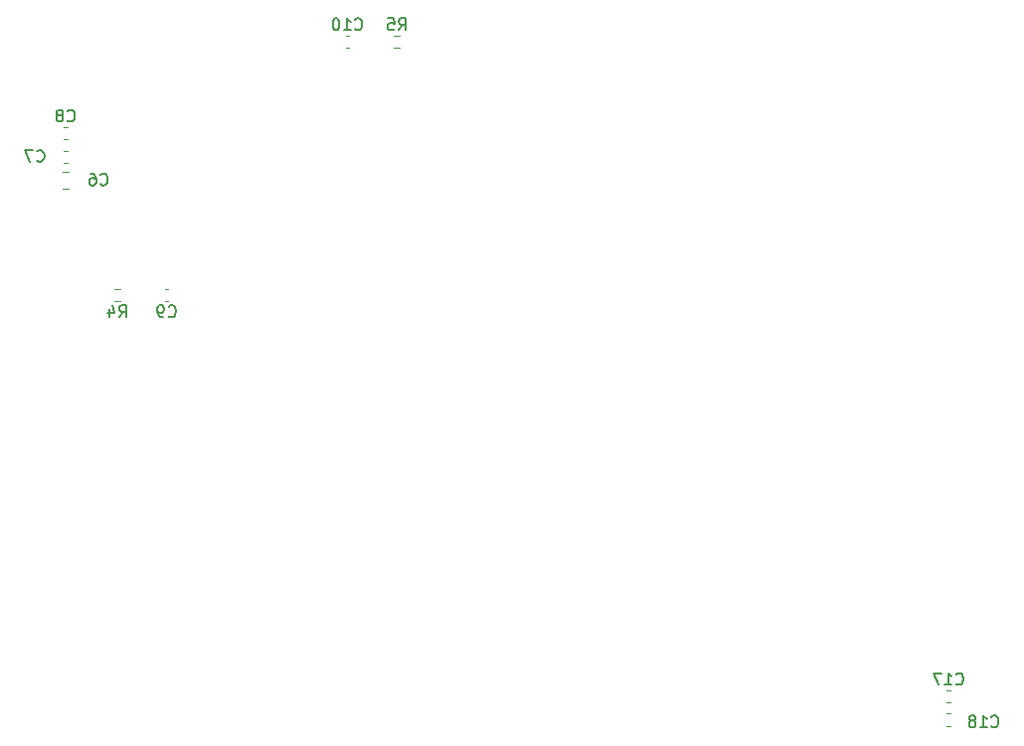
<source format=gbr>
G04 #@! TF.GenerationSoftware,KiCad,Pcbnew,(5.1.12)-1*
G04 #@! TF.CreationDate,2022-03-24T09:17:42-05:00*
G04 #@! TF.ProjectId,AVR-CTF,4156522d-4354-4462-9e6b-696361645f70,rev?*
G04 #@! TF.SameCoordinates,Original*
G04 #@! TF.FileFunction,Legend,Bot*
G04 #@! TF.FilePolarity,Positive*
%FSLAX46Y46*%
G04 Gerber Fmt 4.6, Leading zero omitted, Abs format (unit mm)*
G04 Created by KiCad (PCBNEW (5.1.12)-1) date 2022-03-24 09:17:42*
%MOMM*%
%LPD*%
G01*
G04 APERTURE LIST*
%ADD10C,0.120000*%
%ADD11C,0.150000*%
G04 APERTURE END LIST*
D10*
X121259252Y-59100000D02*
X120736748Y-59100000D01*
X121259252Y-57630000D02*
X120736748Y-57630000D01*
X121144267Y-55855000D02*
X120851733Y-55855000D01*
X121144267Y-56875000D02*
X120851733Y-56875000D01*
X121144267Y-54875000D02*
X120851733Y-54875000D01*
X121144267Y-53855000D02*
X120851733Y-53855000D01*
X129451733Y-68675000D02*
X129744267Y-68675000D01*
X129451733Y-67655000D02*
X129744267Y-67655000D01*
X145144267Y-47075000D02*
X144851733Y-47075000D01*
X145144267Y-46055000D02*
X144851733Y-46055000D01*
X196344267Y-101855000D02*
X196051733Y-101855000D01*
X196344267Y-102875000D02*
X196051733Y-102875000D01*
X196344267Y-104875000D02*
X196051733Y-104875000D01*
X196344267Y-103855000D02*
X196051733Y-103855000D01*
X125143276Y-67642500D02*
X125652724Y-67642500D01*
X125143276Y-68687500D02*
X125652724Y-68687500D01*
X149452724Y-46042500D02*
X148943276Y-46042500D01*
X149452724Y-47087500D02*
X148943276Y-47087500D01*
D11*
X123964666Y-58722142D02*
X124012285Y-58769761D01*
X124155142Y-58817380D01*
X124250380Y-58817380D01*
X124393238Y-58769761D01*
X124488476Y-58674523D01*
X124536095Y-58579285D01*
X124583714Y-58388809D01*
X124583714Y-58245952D01*
X124536095Y-58055476D01*
X124488476Y-57960238D01*
X124393238Y-57865000D01*
X124250380Y-57817380D01*
X124155142Y-57817380D01*
X124012285Y-57865000D01*
X123964666Y-57912619D01*
X123107523Y-57817380D02*
X123298000Y-57817380D01*
X123393238Y-57865000D01*
X123440857Y-57912619D01*
X123536095Y-58055476D01*
X123583714Y-58245952D01*
X123583714Y-58626904D01*
X123536095Y-58722142D01*
X123488476Y-58769761D01*
X123393238Y-58817380D01*
X123202761Y-58817380D01*
X123107523Y-58769761D01*
X123059904Y-58722142D01*
X123012285Y-58626904D01*
X123012285Y-58388809D01*
X123059904Y-58293571D01*
X123107523Y-58245952D01*
X123202761Y-58198333D01*
X123393238Y-58198333D01*
X123488476Y-58245952D01*
X123536095Y-58293571D01*
X123583714Y-58388809D01*
X118564666Y-56722142D02*
X118612285Y-56769761D01*
X118755142Y-56817380D01*
X118850380Y-56817380D01*
X118993238Y-56769761D01*
X119088476Y-56674523D01*
X119136095Y-56579285D01*
X119183714Y-56388809D01*
X119183714Y-56245952D01*
X119136095Y-56055476D01*
X119088476Y-55960238D01*
X118993238Y-55865000D01*
X118850380Y-55817380D01*
X118755142Y-55817380D01*
X118612285Y-55865000D01*
X118564666Y-55912619D01*
X118231333Y-55817380D02*
X117564666Y-55817380D01*
X117993238Y-56817380D01*
X121164666Y-53292142D02*
X121212285Y-53339761D01*
X121355142Y-53387380D01*
X121450380Y-53387380D01*
X121593238Y-53339761D01*
X121688476Y-53244523D01*
X121736095Y-53149285D01*
X121783714Y-52958809D01*
X121783714Y-52815952D01*
X121736095Y-52625476D01*
X121688476Y-52530238D01*
X121593238Y-52435000D01*
X121450380Y-52387380D01*
X121355142Y-52387380D01*
X121212285Y-52435000D01*
X121164666Y-52482619D01*
X120593238Y-52815952D02*
X120688476Y-52768333D01*
X120736095Y-52720714D01*
X120783714Y-52625476D01*
X120783714Y-52577857D01*
X120736095Y-52482619D01*
X120688476Y-52435000D01*
X120593238Y-52387380D01*
X120402761Y-52387380D01*
X120307523Y-52435000D01*
X120259904Y-52482619D01*
X120212285Y-52577857D01*
X120212285Y-52625476D01*
X120259904Y-52720714D01*
X120307523Y-52768333D01*
X120402761Y-52815952D01*
X120593238Y-52815952D01*
X120688476Y-52863571D01*
X120736095Y-52911190D01*
X120783714Y-53006428D01*
X120783714Y-53196904D01*
X120736095Y-53292142D01*
X120688476Y-53339761D01*
X120593238Y-53387380D01*
X120402761Y-53387380D01*
X120307523Y-53339761D01*
X120259904Y-53292142D01*
X120212285Y-53196904D01*
X120212285Y-53006428D01*
X120259904Y-52911190D01*
X120307523Y-52863571D01*
X120402761Y-52815952D01*
X129764666Y-69952142D02*
X129812285Y-69999761D01*
X129955142Y-70047380D01*
X130050380Y-70047380D01*
X130193238Y-69999761D01*
X130288476Y-69904523D01*
X130336095Y-69809285D01*
X130383714Y-69618809D01*
X130383714Y-69475952D01*
X130336095Y-69285476D01*
X130288476Y-69190238D01*
X130193238Y-69095000D01*
X130050380Y-69047380D01*
X129955142Y-69047380D01*
X129812285Y-69095000D01*
X129764666Y-69142619D01*
X129288476Y-70047380D02*
X129098000Y-70047380D01*
X129002761Y-69999761D01*
X128955142Y-69952142D01*
X128859904Y-69809285D01*
X128812285Y-69618809D01*
X128812285Y-69237857D01*
X128859904Y-69142619D01*
X128907523Y-69095000D01*
X129002761Y-69047380D01*
X129193238Y-69047380D01*
X129288476Y-69095000D01*
X129336095Y-69142619D01*
X129383714Y-69237857D01*
X129383714Y-69475952D01*
X129336095Y-69571190D01*
X129288476Y-69618809D01*
X129193238Y-69666428D01*
X129002761Y-69666428D01*
X128907523Y-69618809D01*
X128859904Y-69571190D01*
X128812285Y-69475952D01*
X145640857Y-45492142D02*
X145688476Y-45539761D01*
X145831333Y-45587380D01*
X145926571Y-45587380D01*
X146069428Y-45539761D01*
X146164666Y-45444523D01*
X146212285Y-45349285D01*
X146259904Y-45158809D01*
X146259904Y-45015952D01*
X146212285Y-44825476D01*
X146164666Y-44730238D01*
X146069428Y-44635000D01*
X145926571Y-44587380D01*
X145831333Y-44587380D01*
X145688476Y-44635000D01*
X145640857Y-44682619D01*
X144688476Y-45587380D02*
X145259904Y-45587380D01*
X144974190Y-45587380D02*
X144974190Y-44587380D01*
X145069428Y-44730238D01*
X145164666Y-44825476D01*
X145259904Y-44873095D01*
X144069428Y-44587380D02*
X143974190Y-44587380D01*
X143878952Y-44635000D01*
X143831333Y-44682619D01*
X143783714Y-44777857D01*
X143736095Y-44968333D01*
X143736095Y-45206428D01*
X143783714Y-45396904D01*
X143831333Y-45492142D01*
X143878952Y-45539761D01*
X143974190Y-45587380D01*
X144069428Y-45587380D01*
X144164666Y-45539761D01*
X144212285Y-45492142D01*
X144259904Y-45396904D01*
X144307523Y-45206428D01*
X144307523Y-44968333D01*
X144259904Y-44777857D01*
X144212285Y-44682619D01*
X144164666Y-44635000D01*
X144069428Y-44587380D01*
X196840857Y-101292142D02*
X196888476Y-101339761D01*
X197031333Y-101387380D01*
X197126571Y-101387380D01*
X197269428Y-101339761D01*
X197364666Y-101244523D01*
X197412285Y-101149285D01*
X197459904Y-100958809D01*
X197459904Y-100815952D01*
X197412285Y-100625476D01*
X197364666Y-100530238D01*
X197269428Y-100435000D01*
X197126571Y-100387380D01*
X197031333Y-100387380D01*
X196888476Y-100435000D01*
X196840857Y-100482619D01*
X195888476Y-101387380D02*
X196459904Y-101387380D01*
X196174190Y-101387380D02*
X196174190Y-100387380D01*
X196269428Y-100530238D01*
X196364666Y-100625476D01*
X196459904Y-100673095D01*
X195555142Y-100387380D02*
X194888476Y-100387380D01*
X195317047Y-101387380D01*
X199840857Y-104922142D02*
X199888476Y-104969761D01*
X200031333Y-105017380D01*
X200126571Y-105017380D01*
X200269428Y-104969761D01*
X200364666Y-104874523D01*
X200412285Y-104779285D01*
X200459904Y-104588809D01*
X200459904Y-104445952D01*
X200412285Y-104255476D01*
X200364666Y-104160238D01*
X200269428Y-104065000D01*
X200126571Y-104017380D01*
X200031333Y-104017380D01*
X199888476Y-104065000D01*
X199840857Y-104112619D01*
X198888476Y-105017380D02*
X199459904Y-105017380D01*
X199174190Y-105017380D02*
X199174190Y-104017380D01*
X199269428Y-104160238D01*
X199364666Y-104255476D01*
X199459904Y-104303095D01*
X198317047Y-104445952D02*
X198412285Y-104398333D01*
X198459904Y-104350714D01*
X198507523Y-104255476D01*
X198507523Y-104207857D01*
X198459904Y-104112619D01*
X198412285Y-104065000D01*
X198317047Y-104017380D01*
X198126571Y-104017380D01*
X198031333Y-104065000D01*
X197983714Y-104112619D01*
X197936095Y-104207857D01*
X197936095Y-104255476D01*
X197983714Y-104350714D01*
X198031333Y-104398333D01*
X198126571Y-104445952D01*
X198317047Y-104445952D01*
X198412285Y-104493571D01*
X198459904Y-104541190D01*
X198507523Y-104636428D01*
X198507523Y-104826904D01*
X198459904Y-104922142D01*
X198412285Y-104969761D01*
X198317047Y-105017380D01*
X198126571Y-105017380D01*
X198031333Y-104969761D01*
X197983714Y-104922142D01*
X197936095Y-104826904D01*
X197936095Y-104636428D01*
X197983714Y-104541190D01*
X198031333Y-104493571D01*
X198126571Y-104445952D01*
X125564666Y-70047380D02*
X125898000Y-69571190D01*
X126136095Y-70047380D02*
X126136095Y-69047380D01*
X125755142Y-69047380D01*
X125659904Y-69095000D01*
X125612285Y-69142619D01*
X125564666Y-69237857D01*
X125564666Y-69380714D01*
X125612285Y-69475952D01*
X125659904Y-69523571D01*
X125755142Y-69571190D01*
X126136095Y-69571190D01*
X124707523Y-69380714D02*
X124707523Y-70047380D01*
X124945619Y-68999761D02*
X125183714Y-69714047D01*
X124564666Y-69714047D01*
X149364666Y-45587380D02*
X149698000Y-45111190D01*
X149936095Y-45587380D02*
X149936095Y-44587380D01*
X149555142Y-44587380D01*
X149459904Y-44635000D01*
X149412285Y-44682619D01*
X149364666Y-44777857D01*
X149364666Y-44920714D01*
X149412285Y-45015952D01*
X149459904Y-45063571D01*
X149555142Y-45111190D01*
X149936095Y-45111190D01*
X148459904Y-44587380D02*
X148936095Y-44587380D01*
X148983714Y-45063571D01*
X148936095Y-45015952D01*
X148840857Y-44968333D01*
X148602761Y-44968333D01*
X148507523Y-45015952D01*
X148459904Y-45063571D01*
X148412285Y-45158809D01*
X148412285Y-45396904D01*
X148459904Y-45492142D01*
X148507523Y-45539761D01*
X148602761Y-45587380D01*
X148840857Y-45587380D01*
X148936095Y-45539761D01*
X148983714Y-45492142D01*
M02*

</source>
